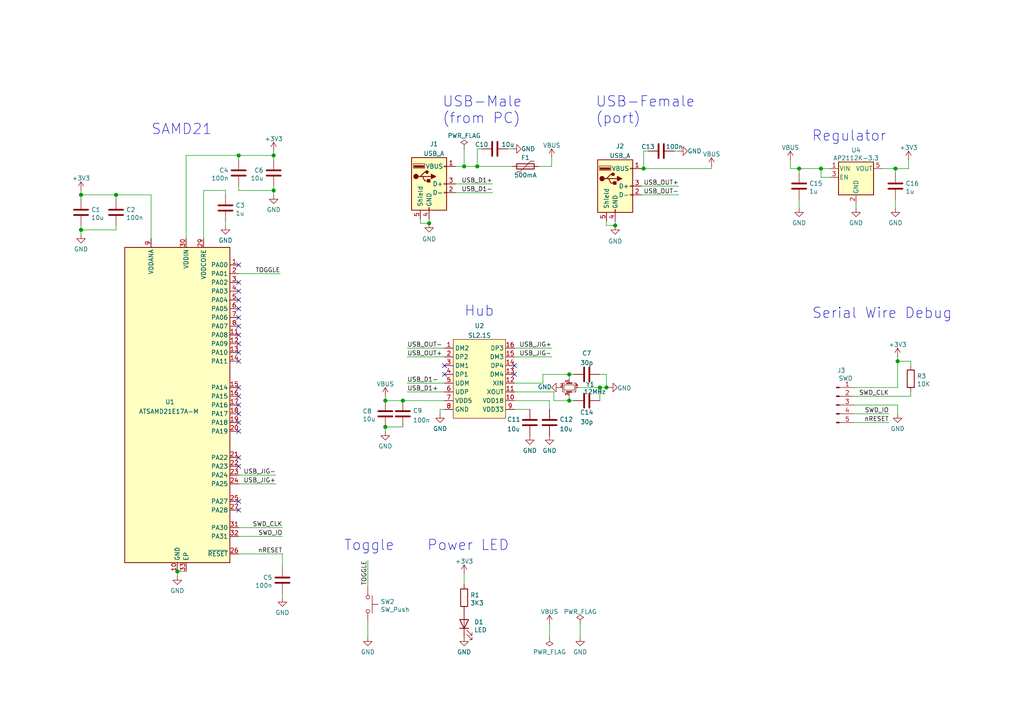
<source format=kicad_sch>
(kicad_sch (version 20210621) (generator eeschema)
  (paper "A4")
  (lib_symbols
    (symbol "Connector:Conn_01x05_Male" (pin_names (offset 1.016) hide)
      (property "Reference" "J" (at 0 7.62 0))
      (property "Value" "Conn_01x05_Male" (at 0 -7.62 0))
      (symbol "Conn_01x05_Male_1_1"
        (rectangle (start 0.8636 -4.953) (end 0 -5.207) (stroke (width 0.1524)) (fill (type outline)))
        (rectangle (start 0.8636 -2.413) (end 0 -2.667) (stroke (width 0.1524)) (fill (type outline)))
        (rectangle (start 0.8636 0.127) (end 0 -0.127) (stroke (width 0.1524)) (fill (type outline)))
        (rectangle (start 0.8636 2.667) (end 0 2.413) (stroke (width 0.1524)) (fill (type outline)))
        (rectangle (start 0.8636 5.207) (end 0 4.953) (stroke (width 0.1524)) (fill (type outline)))
        (polyline (pts (xy 1.27 -5.08) (xy 0.8636 -5.08)) (stroke (width 0.1524)))
        (polyline (pts (xy 1.27 -2.54) (xy 0.8636 -2.54)) (stroke (width 0.1524)))
        (polyline (pts (xy 1.27 0) (xy 0.8636 0)) (stroke (width 0.1524)))
        (polyline (pts (xy 1.27 2.54) (xy 0.8636 2.54)) (stroke (width 0.1524)))
        (polyline (pts (xy 1.27 5.08) (xy 0.8636 5.08)) (stroke (width 0.1524)))
        (pin passive line (at 5.08 5.08 180) (length 3.81) (name "Pin_1") (number "1"))
        (pin passive line (at 5.08 2.54 180) (length 3.81) (name "Pin_2") (number "2"))
        (pin passive line (at 5.08 0 180) (length 3.81) (name "Pin_3") (number "3"))
        (pin passive line (at 5.08 -2.54 180) (length 3.81) (name "Pin_4") (number "4"))
        (pin passive line (at 5.08 -5.08 180) (length 3.81) (name "Pin_5") (number "5"))
      )
    )
    (symbol "Connector:USB_A" (pin_names (offset 1.016))
      (property "Reference" "J" (at -5.08 11.43 0))
      (property "Value" "USB_A" (at -5.08 8.89 0))
      (symbol "USB_A_0_1"
        (circle (center -3.81 2.159) (radius 0.635) (stroke (width 0.254)) (fill (type outline)))
        (circle (center -0.635 3.429) (radius 0.381) (stroke (width 0.254)) (fill (type outline)))
        (rectangle (start -1.27 4.572) (end -4.572 5.842))
        (rectangle (start -0.127 -7.62) (end 0.127 -6.858))
        (rectangle (start 5.08 -2.667) (end 4.318 -2.413))
        (rectangle (start 5.08 -0.127) (end 4.318 0.127))
        (rectangle (start 5.08 4.953) (end 4.318 5.207))
        (rectangle (start -1.524 4.826) (end -4.318 5.334) (fill (type outline)))
        (rectangle (start 0.254 1.27) (end -0.508 0.508) (stroke (width 0.254)) (fill (type outline)))
        (rectangle (start -5.08 -7.62) (end 5.08 7.62) (stroke (width 0.254)) (fill (type background)))
        (polyline (pts (xy -3.175 2.159) (xy -2.54 2.159) (xy -1.27 3.429) (xy -0.635 3.429)) (stroke (width 0.254)))
        (polyline (pts (xy -2.54 2.159) (xy -1.905 2.159) (xy -1.27 0.889) (xy 0 0.889)) (stroke (width 0.254)))
        (polyline (pts (xy 0.635 2.794) (xy 0.635 1.524) (xy 1.905 2.159) (xy 0.635 2.794)) (stroke (width 0.254)) (fill (type outline)))
      )
      (symbol "USB_A_1_1"
        (polyline (pts (xy -1.905 2.159) (xy 0.635 2.159)) (stroke (width 0.254)))
        (pin power_in line (at 7.62 5.08 180) (length 2.54) (name "VBUS") (number "1"))
        (pin bidirectional line (at 7.62 -2.54 180) (length 2.54) (name "D-") (number "2"))
        (pin bidirectional line (at 7.62 0 180) (length 2.54) (name "D+") (number "3"))
        (pin power_in line (at 0 -10.16 90) (length 2.54) (name "GND") (number "4"))
        (pin passive line (at -2.54 -10.16 90) (length 2.54) (name "Shield") (number "5"))
      )
    )
    (symbol "Device:C" (pin_numbers hide) (pin_names (offset 0.254))
      (property "Reference" "C" (at 0.635 2.54 0))
      (property "Value" "C" (at 0.635 -2.54 0))
      (symbol "C_0_1"
        (polyline (pts (xy -2.032 -0.762) (xy 2.032 -0.762)) (stroke (width 0.508)))
        (polyline (pts (xy -2.032 0.762) (xy 2.032 0.762)) (stroke (width 0.508)))
      )
      (symbol "C_1_1"
        (pin passive line (at 0 3.81 270) (length 2.794) (name "~") (number "1"))
        (pin passive line (at 0 -3.81 90) (length 2.794) (name "~") (number "2"))
      )
    )
    (symbol "Device:Crystal_GND24_Small" (pin_names (offset 1.016) hide)
      (property "Reference" "Y" (at 1.27 4.445 0))
      (property "Value" "Crystal_GND24_Small" (at 1.27 2.54 0))
      (symbol "Crystal_GND24_Small_0_1"
        (rectangle (start -0.762 -1.524) (end 0.762 1.524))
        (polyline (pts (xy -1.27 -0.762) (xy -1.27 0.762)) (stroke (width 0.381)))
        (polyline (pts (xy 1.27 -0.762) (xy 1.27 0.762)) (stroke (width 0.381)))
        (polyline (pts (xy -1.27 -1.27) (xy -1.27 -1.905) (xy 1.27 -1.905) (xy 1.27 -1.27)))
        (polyline (pts (xy -1.27 1.27) (xy -1.27 1.905) (xy 1.27 1.905) (xy 1.27 1.27)))
      )
      (symbol "Crystal_GND24_Small_1_1"
        (pin passive line (at -2.54 0 0) (length 1.27) (name "1") (number "1"))
        (pin passive line (at 0 -2.54 90) (length 0.635) (name "2") (number "2"))
        (pin passive line (at 2.54 0 180) (length 1.27) (name "3") (number "3"))
        (pin passive line (at 0 2.54 270) (length 0.635) (name "4") (number "4"))
      )
    )
    (symbol "Device:LED" (pin_numbers hide) (pin_names (offset 1.016) hide)
      (property "Reference" "D" (at 0 2.54 0))
      (property "Value" "LED" (at 0 -2.54 0))
      (symbol "LED_0_1"
        (polyline (pts (xy -1.27 -1.27) (xy -1.27 1.27)) (stroke (width 0.254)))
        (polyline (pts (xy -1.27 0) (xy 1.27 0)))
        (polyline (pts (xy 1.27 -1.27) (xy 1.27 1.27) (xy -1.27 0) (xy 1.27 -1.27)) (stroke (width 0.254)))
        (polyline (pts (xy -3.048 -0.762) (xy -4.572 -2.286) (xy -3.81 -2.286) (xy -4.572 -2.286) (xy -4.572 -1.524)))
        (polyline (pts (xy -1.778 -0.762) (xy -3.302 -2.286) (xy -2.54 -2.286) (xy -3.302 -2.286) (xy -3.302 -1.524)))
      )
      (symbol "LED_1_1"
        (pin passive line (at -3.81 0 0) (length 2.54) (name "K") (number "1"))
        (pin passive line (at 3.81 0 180) (length 2.54) (name "A") (number "2"))
      )
    )
    (symbol "Device:Polyfuse" (pin_numbers hide) (pin_names (offset 0))
      (property "Reference" "F" (at -2.54 0 90))
      (property "Value" "Polyfuse" (at 2.54 0 90))
      (symbol "Polyfuse_0_1"
        (rectangle (start -0.762 2.54) (end 0.762 -2.54) (stroke (width 0.254)))
        (polyline (pts (xy 0 2.54) (xy 0 -2.54)))
        (polyline (pts (xy -1.524 2.54) (xy -1.524 1.524) (xy 1.524 -1.524) (xy 1.524 -2.54)))
      )
      (symbol "Polyfuse_1_1"
        (pin passive line (at 0 3.81 270) (length 1.27) (name "~") (number "1"))
        (pin passive line (at 0 -3.81 90) (length 1.27) (name "~") (number "2"))
      )
    )
    (symbol "Device:R" (pin_numbers hide) (pin_names (offset 0))
      (property "Reference" "R" (at 2.032 0 90))
      (property "Value" "R" (at 0 0 90))
      (symbol "R_0_1"
        (rectangle (start -1.016 -2.54) (end 1.016 2.54) (stroke (width 0.254)))
      )
      (symbol "R_1_1"
        (pin passive line (at 0 3.81 270) (length 1.27) (name "~") (number "1"))
        (pin passive line (at 0 -3.81 90) (length 1.27) (name "~") (number "2"))
      )
    )
    (symbol "MCU_Microchip_SAMD:ATSAMD21E17A-M"
      (property "Reference" "U" (at -13.97 46.99 0))
      (property "Value" "ATSAMD21E17A-M" (at 16.51 46.99 0))
      (symbol "ATSAMD21E17A-M_1_1"
        (rectangle (start -15.24 45.72) (end 15.24 -45.72) (stroke (width 0.254)) (fill (type background)))
        (pin bidirectional line (at -17.78 40.64 0) (length 2.54) (name "PA00") (number "1"))
        (pin power_in line (at 0 -48.26 90) (length 2.54) (name "GND") (number "10"))
        (pin bidirectional line (at -17.78 20.32 0) (length 2.54) (name "PA08") (number "11"))
        (pin bidirectional line (at -17.78 17.78 0) (length 2.54) (name "PA09") (number "12"))
        (pin bidirectional line (at -17.78 15.24 0) (length 2.54) (name "PA10") (number "13"))
        (pin bidirectional line (at -17.78 12.7 0) (length 2.54) (name "PA11") (number "14"))
        (pin bidirectional line (at -17.78 5.08 0) (length 2.54) (name "PA14") (number "15"))
        (pin bidirectional line (at -17.78 2.54 0) (length 2.54) (name "PA15") (number "16"))
        (pin bidirectional line (at -17.78 0 0) (length 2.54) (name "PA16") (number "17"))
        (pin bidirectional line (at -17.78 -2.54 0) (length 2.54) (name "PA17") (number "18"))
        (pin bidirectional line (at -17.78 -5.08 0) (length 2.54) (name "PA18") (number "19"))
        (pin bidirectional line (at -17.78 38.1 0) (length 2.54) (name "PA01") (number "2"))
        (pin bidirectional line (at -17.78 -7.62 0) (length 2.54) (name "PA19") (number "20"))
        (pin bidirectional line (at -17.78 -15.24 0) (length 2.54) (name "PA22") (number "21"))
        (pin bidirectional line (at -17.78 -17.78 0) (length 2.54) (name "PA23") (number "22"))
        (pin bidirectional line (at -17.78 -20.32 0) (length 2.54) (name "PA24") (number "23"))
        (pin bidirectional line (at -17.78 -22.86 0) (length 2.54) (name "PA25") (number "24"))
        (pin bidirectional line (at -17.78 -27.94 0) (length 2.54) (name "PA27") (number "25"))
        (pin input line (at -17.78 -43.18 0) (length 2.54) (name "~{RESET}") (number "26"))
        (pin bidirectional line (at -17.78 -30.48 0) (length 2.54) (name "PA28") (number "27"))
        (pin passive line (at 0 -48.26 90) (length 2.54) hide (name "GND") (number "28"))
        (pin power_out line (at -7.62 48.26 270) (length 2.54) (name "VDDCORE") (number "29"))
        (pin bidirectional line (at -17.78 35.56 0) (length 2.54) (name "PA02") (number "3"))
        (pin power_in line (at -2.54 48.26 270) (length 2.54) (name "VDDIN") (number "30"))
        (pin bidirectional line (at -17.78 -35.56 0) (length 2.54) (name "PA30") (number "31"))
        (pin bidirectional line (at -17.78 -38.1 0) (length 2.54) (name "PA31") (number "32"))
        (pin passive line (at -2.54 -48.26 90) (length 2.54) (name "EP") (number "33"))
        (pin bidirectional line (at -17.78 33.02 0) (length 2.54) (name "PA03") (number "4"))
        (pin bidirectional line (at -17.78 30.48 0) (length 2.54) (name "PA04") (number "5"))
        (pin bidirectional line (at -17.78 27.94 0) (length 2.54) (name "PA05") (number "6"))
        (pin bidirectional line (at -17.78 25.4 0) (length 2.54) (name "PA06") (number "7"))
        (pin bidirectional line (at -17.78 22.86 0) (length 2.54) (name "PA07") (number "8"))
        (pin power_in line (at 7.62 48.26 270) (length 2.54) (name "VDDANA") (number "9"))
      )
    )
    (symbol "Regulator_Linear:AP2112K-3.3" (pin_names (offset 0.254))
      (property "Reference" "U" (at -5.08 5.715 0))
      (property "Value" "AP2112K-3.3" (at 0 5.715 0))
      (symbol "AP2112K-3.3_0_1"
        (rectangle (start -5.08 4.445) (end 5.08 -5.08) (stroke (width 0.254)) (fill (type background)))
      )
      (symbol "AP2112K-3.3_1_1"
        (pin power_in line (at -7.62 2.54 0) (length 2.54) (name "VIN") (number "1"))
        (pin power_in line (at 0 -7.62 90) (length 2.54) (name "GND") (number "2"))
        (pin input line (at -7.62 0 0) (length 2.54) (name "EN") (number "3"))
        (pin no_connect line (at 7.62 0 180) (length 2.54) hide (name "NC") (number "4"))
        (pin power_out line (at 7.62 2.54 180) (length 2.54) (name "VOUT") (number "5"))
      )
    )
    (symbol "Switch:SW_Push" (pin_numbers hide) (pin_names (offset 1.016) hide)
      (property "Reference" "SW" (at 1.27 2.54 0))
      (property "Value" "SW_Push" (at 0 -1.524 0))
      (symbol "SW_Push_0_1"
        (circle (center -2.032 0) (radius 0.508))
        (circle (center 2.032 0) (radius 0.508))
        (polyline (pts (xy 0 1.27) (xy 0 3.048)))
        (polyline (pts (xy 2.54 1.27) (xy -2.54 1.27)))
        (pin passive line (at -5.08 0 0) (length 2.54) (name "1") (number "1"))
        (pin passive line (at 5.08 0 180) (length 2.54) (name "2") (number "2"))
      )
    )
    (symbol "bing-hub:SL2.1S"
      (property "Reference" "U" (at 6.35 -1.27 0))
      (property "Value" "SL2.1S" (at 6.35 -3.81 0))
      (symbol "SL2.1S_0_1"
        (rectangle (start -1.27 -5.08) (end 13.97 -27.94) (stroke (width 0.1524)) (fill (type background)))
      )
      (symbol "SL2.1S_1_1"
        (pin bidirectional line (at -3.81 -7.62 0) (length 2.54) (name "DM2") (number "1"))
        (pin power_out line (at 16.51 -22.86 180) (length 2.54) (name "VDD18") (number "10"))
        (pin output line (at 16.51 -20.32 180) (length 2.54) (name "XOUT") (number "11"))
        (pin input line (at 16.51 -17.78 180) (length 2.54) (name "XIN") (number "12"))
        (pin bidirectional line (at 16.51 -15.24 180) (length 2.54) (name "DM4") (number "13"))
        (pin bidirectional line (at 16.51 -12.7 180) (length 2.54) (name "DP4") (number "14"))
        (pin bidirectional line (at 16.51 -10.16 180) (length 2.54) (name "DM3") (number "15"))
        (pin bidirectional line (at 16.51 -7.62 180) (length 2.54) (name "DP3") (number "16"))
        (pin bidirectional line (at -3.81 -10.16 0) (length 2.54) (name "DP2") (number "2"))
        (pin bidirectional line (at -3.81 -12.7 0) (length 2.54) (name "DM1") (number "3"))
        (pin bidirectional line (at -3.81 -15.24 0) (length 2.54) (name "DP1") (number "4"))
        (pin bidirectional line (at -3.81 -17.78 0) (length 2.54) (name "UDM") (number "5"))
        (pin bidirectional line (at -3.81 -20.32 0) (length 2.54) (name "UDP") (number "6"))
        (pin power_out line (at -3.81 -22.86 0) (length 2.54) (name "VDD5") (number "7"))
        (pin power_in line (at -3.81 -25.4 0) (length 2.54) (name "GND") (number "8"))
        (pin power_out line (at 16.51 -25.4 180) (length 2.54) (name "VDD33") (number "9"))
      )
    )
    (symbol "power:+3V3" (power) (pin_names (offset 0))
      (property "Value" "+3V3" (at 0 3.556 0))
      (symbol "+3V3_0_1"
        (polyline (pts (xy -0.762 1.27) (xy 0 2.54)))
        (polyline (pts (xy 0 0) (xy 0 2.54)))
        (polyline (pts (xy 0 2.54) (xy 0.762 1.27)))
      )
      (symbol "+3V3_1_1"
        (pin power_in line (at 0 0 90) (length 0) hide (name "+3V3") (number "1"))
      )
    )
    (symbol "power:GND" (power) (pin_names (offset 0))
      (property "Value" "GND" (at 0 -3.81 0))
      (symbol "GND_0_1"
        (polyline (pts (xy 0 0) (xy 0 -1.27) (xy 1.27 -1.27) (xy 0 -2.54) (xy -1.27 -1.27) (xy 0 -1.27)))
      )
      (symbol "GND_1_1"
        (pin power_in line (at 0 0 270) (length 0) hide (name "GND") (number "1"))
      )
    )
    (symbol "power:PWR_FLAG" (power) (pin_numbers hide) (pin_names (offset 0) hide)
      (property "Value" "PWR_FLAG" (at 0 3.81 0))
      (symbol "PWR_FLAG_0_0"
        (pin power_out line (at 0 0 90) (length 0) (name "pwr") (number "1"))
      )
      (symbol "PWR_FLAG_0_1"
        (polyline (pts (xy 0 0) (xy 0 1.27) (xy -1.016 1.905) (xy 0 2.54) (xy 1.016 1.905) (xy 0 1.27)))
      )
    )
    (symbol "power:VBUS" (power) (pin_names (offset 0))
      (property "Value" "VBUS" (at 0 3.81 0))
      (symbol "VBUS_0_1"
        (polyline (pts (xy -0.762 1.27) (xy 0 2.54)))
        (polyline (pts (xy 0 0) (xy 0 2.54)))
        (polyline (pts (xy 0 2.54) (xy 0.762 1.27)))
      )
      (symbol "VBUS_1_1"
        (pin power_in line (at 0 0 90) (length 0) hide (name "VBUS") (number "1"))
      )
    )
  )
  (junction (at 23.495 56.515) (diameter 1.016))
  (junction (at 23.495 66.675) (diameter 1.016))
  (junction (at 33.655 56.515) (diameter 1.016))
  (junction (at 51.435 165.735) (diameter 1.016))
  (junction (at 69.215 45.085) (diameter 1.016))
  (junction (at 79.375 45.085) (diameter 1.016))
  (junction (at 79.375 55.245) (diameter 1.016))
  (junction (at 111.76 116.205) (diameter 1.016))
  (junction (at 111.76 123.825) (diameter 1.016))
  (junction (at 116.84 116.205) (diameter 1.016))
  (junction (at 124.46 64.77) (diameter 1.016))
  (junction (at 134.62 48.26) (diameter 1.016))
  (junction (at 138.43 48.26) (diameter 1.016))
  (junction (at 165.1 108.585) (diameter 1.016))
  (junction (at 165.1 116.205) (diameter 1.016))
  (junction (at 173.99 112.395) (diameter 1.016))
  (junction (at 175.895 112.395) (diameter 1.016))
  (junction (at 178.435 65.405) (diameter 1.016))
  (junction (at 186.69 48.895) (diameter 1.016))
  (junction (at 231.775 48.895) (diameter 1.016))
  (junction (at 238.125 48.895) (diameter 1.016))
  (junction (at 259.715 48.895) (diameter 1.016))
  (junction (at 260.35 104.775) (diameter 1.016))
  (no_connect (at 69.215 76.835))
  (no_connect (at 69.215 81.915))
  (no_connect (at 69.215 84.455))
  (no_connect (at 69.215 86.995))
  (no_connect (at 69.215 89.535))
  (no_connect (at 69.215 92.075))
  (no_connect (at 69.215 94.615))
  (no_connect (at 69.215 97.155))
  (no_connect (at 69.215 99.695))
  (no_connect (at 69.215 102.235))
  (no_connect (at 69.215 104.775))
  (no_connect (at 69.215 112.395))
  (no_connect (at 69.215 114.935))
  (no_connect (at 69.215 117.475))
  (no_connect (at 69.215 120.015))
  (no_connect (at 69.215 122.555))
  (no_connect (at 69.215 125.095))
  (no_connect (at 69.215 132.715))
  (no_connect (at 69.215 135.255))
  (no_connect (at 69.215 145.415))
  (no_connect (at 69.215 147.955))
  (no_connect (at 128.905 106.045))
  (no_connect (at 128.905 108.585))
  (no_connect (at 149.225 106.045))
  (no_connect (at 149.225 108.585))
  (wire (pts (xy 23.495 55.245) (xy 23.495 56.515)))
  (wire (pts (xy 23.495 56.515) (xy 33.655 56.515)))
  (wire (pts (xy 23.495 57.785) (xy 23.495 56.515)))
  (wire (pts (xy 23.495 65.405) (xy 23.495 66.675)))
  (wire (pts (xy 23.495 66.675) (xy 23.495 67.945)))
  (wire (pts (xy 23.495 66.675) (xy 33.655 66.675)))
  (wire (pts (xy 33.655 56.515) (xy 33.655 57.785)))
  (wire (pts (xy 33.655 65.405) (xy 33.655 66.675)))
  (wire (pts (xy 43.815 56.515) (xy 33.655 56.515)))
  (wire (pts (xy 43.815 69.215) (xy 43.815 56.515)))
  (wire (pts (xy 51.435 165.735) (xy 51.435 167.005)))
  (wire (pts (xy 51.435 165.735) (xy 53.975 165.735)))
  (wire (pts (xy 53.975 45.085) (xy 53.975 69.215)))
  (wire (pts (xy 53.975 45.085) (xy 69.215 45.085)))
  (wire (pts (xy 59.055 55.245) (xy 65.405 55.245)))
  (wire (pts (xy 59.055 69.215) (xy 59.055 55.245)))
  (wire (pts (xy 65.405 56.515) (xy 65.405 55.245)))
  (wire (pts (xy 65.405 64.135) (xy 65.405 65.405)))
  (wire (pts (xy 69.215 45.085) (xy 69.215 46.355)))
  (wire (pts (xy 69.215 53.975) (xy 69.215 55.245)))
  (wire (pts (xy 69.215 79.375) (xy 81.28 79.375)))
  (wire (pts (xy 69.215 153.035) (xy 81.915 153.035)))
  (wire (pts (xy 69.215 155.575) (xy 81.915 155.575)))
  (wire (pts (xy 69.215 160.655) (xy 81.915 160.655)))
  (wire (pts (xy 79.375 43.815) (xy 79.375 45.085)))
  (wire (pts (xy 79.375 45.085) (xy 69.215 45.085)))
  (wire (pts (xy 79.375 46.355) (xy 79.375 45.085)))
  (wire (pts (xy 79.375 53.975) (xy 79.375 55.245)))
  (wire (pts (xy 79.375 55.245) (xy 69.215 55.245)))
  (wire (pts (xy 79.375 55.245) (xy 79.375 56.515)))
  (wire (pts (xy 80.01 137.795) (xy 69.215 137.795)))
  (wire (pts (xy 80.01 140.335) (xy 69.215 140.335)))
  (wire (pts (xy 81.915 160.655) (xy 81.915 164.465)))
  (wire (pts (xy 81.915 172.085) (xy 81.915 173.355)))
  (wire (pts (xy 106.68 170.18) (xy 106.68 162.56)))
  (wire (pts (xy 106.68 180.34) (xy 106.68 184.785)))
  (wire (pts (xy 111.76 114.935) (xy 111.76 116.205)))
  (wire (pts (xy 111.76 116.205) (xy 116.84 116.205)))
  (wire (pts (xy 111.76 123.825) (xy 111.76 125.095)))
  (wire (pts (xy 111.76 123.825) (xy 116.84 123.825)))
  (wire (pts (xy 116.84 116.205) (xy 128.905 116.205)))
  (wire (pts (xy 121.92 64.77) (xy 121.92 63.5)))
  (wire (pts (xy 121.92 64.77) (xy 124.46 64.77)))
  (wire (pts (xy 124.46 64.77) (xy 124.46 63.5)))
  (wire (pts (xy 127.635 118.745) (xy 127.635 120.015)))
  (wire (pts (xy 128.905 100.965) (xy 118.11 100.965)))
  (wire (pts (xy 128.905 103.505) (xy 118.11 103.505)))
  (wire (pts (xy 128.905 111.125) (xy 118.11 111.125)))
  (wire (pts (xy 128.905 113.665) (xy 118.11 113.665)))
  (wire (pts (xy 128.905 118.745) (xy 127.635 118.745)))
  (wire (pts (xy 132.08 48.26) (xy 134.62 48.26)))
  (wire (pts (xy 132.08 53.34) (xy 142.875 53.34)))
  (wire (pts (xy 132.08 55.88) (xy 142.875 55.88)))
  (wire (pts (xy 134.62 43.18) (xy 134.62 48.26)))
  (wire (pts (xy 134.62 48.26) (xy 138.43 48.26)))
  (wire (pts (xy 134.62 166.37) (xy 134.62 169.545)))
  (wire (pts (xy 138.43 43.18) (xy 138.43 48.26)))
  (wire (pts (xy 138.43 48.26) (xy 148.59 48.26)))
  (wire (pts (xy 139.7 43.18) (xy 138.43 43.18)))
  (wire (pts (xy 147.32 43.18) (xy 148.59 43.18)))
  (wire (pts (xy 149.225 111.125) (xy 157.48 111.125)))
  (wire (pts (xy 149.225 113.665) (xy 160.655 113.665)))
  (wire (pts (xy 149.225 116.205) (xy 159.385 116.205)))
  (wire (pts (xy 149.225 118.745) (xy 153.67 118.745)))
  (wire (pts (xy 156.21 48.26) (xy 160.02 48.26)))
  (wire (pts (xy 157.48 108.585) (xy 165.1 108.585)))
  (wire (pts (xy 157.48 111.125) (xy 157.48 108.585)))
  (wire (pts (xy 159.385 116.205) (xy 159.385 118.745)))
  (wire (pts (xy 159.385 180.975) (xy 159.385 184.785)))
  (wire (pts (xy 160.02 45.72) (xy 160.02 48.26)))
  (wire (pts (xy 160.02 100.965) (xy 149.225 100.965)))
  (wire (pts (xy 160.02 103.505) (xy 149.225 103.505)))
  (wire (pts (xy 160.655 116.205) (xy 160.655 113.665)))
  (wire (pts (xy 165.1 108.585) (xy 165.1 109.855)))
  (wire (pts (xy 165.1 114.935) (xy 165.1 116.205)))
  (wire (pts (xy 165.1 116.205) (xy 160.655 116.205)))
  (wire (pts (xy 166.37 108.585) (xy 165.1 108.585)))
  (wire (pts (xy 166.37 116.205) (xy 165.1 116.205)))
  (wire (pts (xy 167.64 112.395) (xy 173.99 112.395)))
  (wire (pts (xy 168.275 180.975) (xy 168.275 184.785)))
  (wire (pts (xy 173.99 112.395) (xy 173.99 116.205)))
  (wire (pts (xy 173.99 112.395) (xy 175.895 112.395)))
  (wire (pts (xy 175.895 65.405) (xy 175.895 64.135)))
  (wire (pts (xy 175.895 65.405) (xy 178.435 65.405)))
  (wire (pts (xy 175.895 108.585) (xy 173.99 108.585)))
  (wire (pts (xy 175.895 108.585) (xy 175.895 112.395)))
  (wire (pts (xy 175.895 112.395) (xy 176.53 112.395)))
  (wire (pts (xy 178.435 65.405) (xy 178.435 64.135)))
  (wire (pts (xy 186.055 48.895) (xy 186.69 48.895)))
  (wire (pts (xy 186.055 53.975) (xy 196.85 53.975)))
  (wire (pts (xy 186.055 56.515) (xy 196.85 56.515)))
  (wire (pts (xy 186.69 43.815) (xy 186.69 48.895)))
  (wire (pts (xy 186.69 48.895) (xy 206.375 48.895)))
  (wire (pts (xy 187.96 43.815) (xy 186.69 43.815)))
  (wire (pts (xy 196.85 43.815) (xy 195.58 43.815)))
  (wire (pts (xy 206.375 48.895) (xy 206.375 48.26)))
  (wire (pts (xy 229.235 46.355) (xy 229.235 48.895)))
  (wire (pts (xy 229.235 48.895) (xy 231.775 48.895)))
  (wire (pts (xy 231.775 48.895) (xy 238.125 48.895)))
  (wire (pts (xy 231.775 50.165) (xy 231.775 48.895)))
  (wire (pts (xy 231.775 57.785) (xy 231.775 60.325)))
  (wire (pts (xy 238.125 48.895) (xy 240.665 48.895)))
  (wire (pts (xy 238.125 51.435) (xy 238.125 48.895)))
  (wire (pts (xy 240.665 51.435) (xy 238.125 51.435)))
  (wire (pts (xy 247.65 112.395) (xy 260.35 112.395)))
  (wire (pts (xy 247.65 114.935) (xy 264.16 114.935)))
  (wire (pts (xy 247.65 117.475) (xy 260.35 117.475)))
  (wire (pts (xy 247.65 120.015) (xy 257.81 120.015)))
  (wire (pts (xy 247.65 122.555) (xy 257.81 122.555)))
  (wire (pts (xy 248.285 59.055) (xy 248.285 60.325)))
  (wire (pts (xy 255.905 48.895) (xy 259.715 48.895)))
  (wire (pts (xy 259.715 50.165) (xy 259.715 48.895)))
  (wire (pts (xy 259.715 57.785) (xy 259.715 60.325)))
  (wire (pts (xy 260.35 103.505) (xy 260.35 104.775)))
  (wire (pts (xy 260.35 104.775) (xy 260.35 112.395)))
  (wire (pts (xy 260.35 104.775) (xy 264.16 104.775)))
  (wire (pts (xy 260.35 117.475) (xy 260.35 120.015)))
  (wire (pts (xy 263.525 46.355) (xy 263.525 48.895)))
  (wire (pts (xy 263.525 48.895) (xy 259.715 48.895)))
  (wire (pts (xy 264.16 106.045) (xy 264.16 104.775)))
  (wire (pts (xy 264.16 114.935) (xy 264.16 113.665)))
  (text "SAMD21" (at 61.595 39.37 180) (effects (font (size 3 3)) (justify right bottom)))
  (text "Toggle" (at 99.695 160.02 0) (effects (font (size 3 3)) (justify left bottom)))
  (text "Power LED" (at 123.825 160.02 0) (effects (font (size 3 3)) (justify left bottom)))
  (text "USB-Male\n(from PC)" (at 128.27 36.195 0) (effects (font (size 3 3)) (justify left bottom)))
  (text "Hub" (at 134.62 92.075 0) (effects (font (size 3 3)) (justify left bottom)))
  (text "USB-Female\n(port)" (at 172.72 36.195 0) (effects (font (size 3 3)) (justify left bottom)))
  (text "Regulator" (at 257.175 41.275 180) (effects (font (size 3 3)) (justify right bottom)))
  (text "Serial Wire Debug" (at 276.225 92.71 180) (effects (font (size 3 3)) (justify right bottom)))
  (label "USB_JIG-" (at 80.01 137.795 180))
  (label "USB_JIG+" (at 80.01 140.335 180))
  (label "TOGGLE" (at 81.28 79.375 180))
  (label "SWD_CLK" (at 81.915 153.035 180))
  (label "SWD_IO" (at 81.915 155.575 180))
  (label "nRESET" (at 81.915 160.655 180))
  (label "TOGGLE" (at 106.68 162.56 270))
  (label "USB_OUT-" (at 118.11 100.965 0))
  (label "USB_OUT+" (at 118.11 103.505 0))
  (label "USB_D1-" (at 118.11 111.125 0))
  (label "USB_D1+" (at 118.11 113.665 0))
  (label "USB_D1+" (at 142.875 53.34 180))
  (label "USB_D1-" (at 142.875 55.88 180))
  (label "USB_JIG+" (at 160.02 100.965 180))
  (label "USB_JIG-" (at 160.02 103.505 180))
  (label "USB_OUT+" (at 196.85 53.975 180))
  (label "USB_OUT-" (at 196.85 56.515 180))
  (label "SWD_CLK" (at 257.81 114.935 180))
  (label "SWD_IO" (at 257.81 120.015 180))
  (label "nRESET" (at 257.81 122.555 180))
  (symbol (lib_id "power:+3V3") (at 23.495 55.245 0) (unit 1)
    (property "Reference" "#PWR0128" (effects hide))
    (property "Value" "+3V3" (at 23.495 51.6976 0))
  )
  (symbol (lib_id "power:+3V3") (at 79.375 43.815 0) (mirror y) (unit 1)
    (property "Reference" "#PWR0121" (effects hide))
    (property "Value" "+3V3" (at 79.375 40.2676 0))
  )
  (symbol (lib_id "power:VBUS") (at 111.76 114.935 0) (unit 1)
    (property "Reference" "#PWR0126" (effects hide))
    (property "Value" "VBUS" (at 111.76 111.3876 0))
  )
  (symbol (lib_id "power:+3V3") (at 134.62 166.37 0) (unit 1)
    (property "Reference" "#PWR0129" (effects hide))
    (property "Value" "+3V3" (at 134.62 162.8226 0))
  )
  (symbol (lib_id "power:VBUS") (at 159.385 180.975 0) (unit 1)
    (property "Reference" "#PWR0134" (effects hide))
    (property "Value" "VBUS" (at 159.385 177.4276 0))
  )
  (symbol (lib_id "power:VBUS") (at 160.02 45.72 0) (unit 1)
    (property "Reference" "#PWR0110" (effects hide))
    (property "Value" "VBUS" (at 160.02 42.1726 0))
  )
  (symbol (lib_id "power:VBUS") (at 206.375 48.26 0) (unit 1)
    (property "Reference" "#PWR0109" (effects hide))
    (property "Value" "VBUS" (at 206.375 44.7126 0))
  )
  (symbol (lib_id "power:VBUS") (at 229.235 46.355 0) (unit 1)
    (property "Reference" "#PWR0105" (effects hide))
    (property "Value" "VBUS" (at 229.235 42.8076 0))
  )
  (symbol (lib_id "power:+3V3") (at 260.35 103.505 0) (unit 1)
    (property "Reference" "#PWR0118" (effects hide))
    (property "Value" "+3V3" (at 260.35 99.9576 0))
  )
  (symbol (lib_id "power:+3V3") (at 263.525 46.355 0) (unit 1)
    (property "Reference" "#PWR0106" (effects hide))
    (property "Value" "+3V3" (at 263.525 42.8076 0))
  )
  (symbol (lib_id "power:PWR_FLAG") (at 134.62 43.18 0) (unit 1)
    (property "Reference" "#FLG0101" (effects hide))
    (property "Value" "PWR_FLAG" (at 134.62 39.37 0))
  )
  (symbol (lib_id "power:PWR_FLAG") (at 159.385 184.785 180) (unit 1)
    (property "Reference" "#FLG0102" (effects hide))
    (property "Value" "PWR_FLAG" (at 159.385 189.1094 0))
  )
  (symbol (lib_id "power:PWR_FLAG") (at 168.275 180.975 0) (unit 1)
    (property "Reference" "#FLG0103" (effects hide))
    (property "Value" "PWR_FLAG" (at 168.275 177.4276 0))
  )
  (symbol (lib_id "power:GND") (at 23.495 67.945 0) (unit 1)
    (property "Reference" "#PWR0125" (effects hide))
    (property "Value" "GND" (at 23.495 72.2694 0))
  )
  (symbol (lib_id "power:GND") (at 51.435 167.005 0) (unit 1)
    (property "Reference" "#PWR0122" (effects hide))
    (property "Value" "GND" (at 51.435 171.3294 0))
  )
  (symbol (lib_id "power:GND") (at 65.405 65.405 0) (unit 1)
    (property "Reference" "#PWR0119" (effects hide))
    (property "Value" "GND" (at 65.405 69.7294 0))
  )
  (symbol (lib_id "power:GND") (at 79.375 56.515 0) (mirror y) (unit 1)
    (property "Reference" "#PWR0120" (effects hide))
    (property "Value" "GND" (at 79.375 60.8394 0))
  )
  (symbol (lib_id "power:GND") (at 81.915 173.355 0) (unit 1)
    (property "Reference" "#PWR0123" (effects hide))
    (property "Value" "GND" (at 81.915 177.6794 0))
  )
  (symbol (lib_id "power:GND") (at 106.68 184.785 0) (unit 1)
    (property "Reference" "#PWR0132" (effects hide))
    (property "Value" "GND" (at 106.68 189.1094 0))
  )
  (symbol (lib_id "power:GND") (at 111.76 125.095 0) (unit 1)
    (property "Reference" "#PWR0127" (effects hide))
    (property "Value" "GND" (at 111.76 129.4194 0))
  )
  (symbol (lib_id "power:GND") (at 124.46 64.77 0) (unit 1)
    (property "Reference" "#PWR0102" (effects hide))
    (property "Value" "GND" (at 124.46 69.3326 0))
  )
  (symbol (lib_id "power:GND") (at 127.635 120.015 0) (unit 1)
    (property "Reference" "#PWR0112" (effects hide))
    (property "Value" "GND" (at 127.635 124.3394 0))
  )
  (symbol (lib_id "power:GND") (at 134.62 184.785 0) (unit 1)
    (property "Reference" "#PWR0133" (effects hide))
    (property "Value" "GND" (at 134.62 189.1094 0))
  )
  (symbol (lib_id "power:GND") (at 148.59 43.18 90) (unit 1)
    (property "Reference" "#PWR0111" (effects hide))
    (property "Value" "GND" (at 151.13 43.18 90) (effects (justify right)))
  )
  (symbol (lib_id "power:GND") (at 153.67 126.365 0) (unit 1)
    (property "Reference" "#PWR0114" (effects hide))
    (property "Value" "GND" (at 153.67 130.6894 0))
  )
  (symbol (lib_id "power:GND") (at 159.385 126.365 0) (unit 1)
    (property "Reference" "#PWR0113" (effects hide))
    (property "Value" "GND" (at 159.385 130.6894 0))
  )
  (symbol (lib_id "power:GND") (at 162.56 112.395 270) (unit 1)
    (property "Reference" "#PWR0115" (effects hide))
    (property "Value" "GND" (at 155.9561 112.239 90) (effects (justify left)))
  )
  (symbol (lib_id "power:GND") (at 168.275 184.785 0) (unit 1)
    (property "Reference" "#PWR0135" (effects hide))
    (property "Value" "GND" (at 168.275 189.1094 0))
  )
  (symbol (lib_id "power:GND") (at 176.53 112.395 90) (unit 1)
    (property "Reference" "#PWR0116" (effects hide))
    (property "Value" "GND" (at 183.1339 112.551 90) (effects (justify left)))
  )
  (symbol (lib_id "power:GND") (at 178.435 65.405 0) (unit 1)
    (property "Reference" "#PWR0101" (effects hide))
    (property "Value" "GND" (at 178.435 69.9676 0))
  )
  (symbol (lib_id "power:GND") (at 196.85 43.815 90) (unit 1)
    (property "Reference" "#PWR0108" (effects hide))
    (property "Value" "GND" (at 199.39 43.815 90) (effects (justify right)))
  )
  (symbol (lib_id "power:GND") (at 231.775 60.325 0) (unit 1)
    (property "Reference" "#PWR0103" (effects hide))
    (property "Value" "GND" (at 231.775 64.6494 0))
  )
  (symbol (lib_id "power:GND") (at 248.285 60.325 0) (unit 1)
    (property "Reference" "#PWR0104" (effects hide))
    (property "Value" "GND" (at 248.285 64.6494 0))
  )
  (symbol (lib_id "power:GND") (at 259.715 60.325 0) (unit 1)
    (property "Reference" "#PWR0107" (effects hide))
    (property "Value" "GND" (at 259.715 64.6494 0))
  )
  (symbol (lib_id "power:GND") (at 260.35 120.015 0) (unit 1)
    (property "Reference" "#PWR0117" (effects hide))
    (property "Value" "GND" (at 260.35 124.3394 0))
  )
  (symbol (lib_id "Device:R") (at 134.62 173.355 0) (unit 1)
    (property "Reference" "R1" (at 136.3981 172.5941 0) (effects (justify left)))
    (property "Value" "3K3" (at 136.3981 174.8928 0) (effects (justify left)))
    (property "Footprint" "Capacitor_SMD:C_0402_1005Metric" (effects hide))
  )
  (symbol (lib_id "Device:R") (at 264.16 109.855 0) (unit 1)
    (property "Reference" "R3" (at 265.9381 109.0941 0) (effects (justify left)))
    (property "Value" "10K" (at 265.9381 111.3928 0) (effects (justify left)))
    (property "Footprint" "Capacitor_SMD:C_0402_1005Metric" (effects hide))
  )
  (symbol (lib_id "Device:Polyfuse") (at 152.4 48.26 90) (unit 1)
    (property "Reference" "F1" (at 152.4 45.72 90))
    (property "Value" "500mA" (at 152.4 50.8 90))
    (property "Footprint" "josh-passives-smt:Fuse_0603_1608Metric" (effects hide))
    (property "Manufacturer2" "Jinrui Electronic Materials Co." (effects hide))
  )
  (symbol (lib_id "Device:LED") (at 134.62 180.975 90) (unit 1)
    (property "Reference" "D1" (at 137.5411 180.4046 90) (effects (justify right)))
    (property "Value" "LED" (at 137.5411 182.7033 90) (effects (justify right)))
    (property "Footprint" "LED_SMD:LED_0603_1608Metric" (effects hide))
  )
  (symbol (lib_id "Device:Crystal_GND24_Small") (at 165.1 112.395 270) (unit 1)
    (property "Reference" "Y1" (at 169.9261 111.4865 90) (effects (justify left)))
    (property "Value" "12MHz" (at 169.2911 113.6266 90) (effects (justify left)))
    (property "Footprint" "bing-crystal:Crystal_SMD_2520-4Pin_2.5x2.0mm" (effects hide))
  )
  (symbol (lib_id "Device:C") (at 23.495 61.595 0) (unit 1)
    (property "Reference" "C1" (at 26.4161 60.8341 0) (effects (justify left)))
    (property "Value" "10u" (at 26.4161 63.1328 0) (effects (justify left)))
    (property "Footprint" "Capacitor_SMD:C_0603_1608Metric" (effects hide))
  )
  (symbol (lib_id "Device:C") (at 33.655 61.595 0) (unit 1)
    (property "Reference" "C2" (at 36.5761 60.8341 0) (effects (justify left)))
    (property "Value" "100n" (at 36.5761 63.1328 0) (effects (justify left)))
    (property "Footprint" "Capacitor_SMD:C_0402_1005Metric" (effects hide))
  )
  (symbol (lib_id "Device:C") (at 65.405 60.325 0) (unit 1)
    (property "Reference" "C3" (at 68.3261 59.5641 0) (effects (justify left)))
    (property "Value" "1u" (at 68.3261 61.8628 0) (effects (justify left)))
    (property "Footprint" "Capacitor_SMD:C_0402_1005Metric" (effects hide))
  )
  (symbol (lib_id "Device:C") (at 69.215 50.165 0) (mirror y) (unit 1)
    (property "Reference" "C4" (at 66.2939 49.4041 0) (effects (justify left)))
    (property "Value" "100n" (at 66.2939 51.7028 0) (effects (justify left)))
    (property "Footprint" "Capacitor_SMD:C_0402_1005Metric" (effects hide))
  )
  (symbol (lib_id "Device:C") (at 79.375 50.165 0) (mirror y) (unit 1)
    (property "Reference" "C6" (at 76.4539 49.4041 0) (effects (justify left)))
    (property "Value" "10u" (at 76.4539 51.7028 0) (effects (justify left)))
    (property "Footprint" "Capacitor_SMD:C_0603_1608Metric" (effects hide))
  )
  (symbol (lib_id "Device:C") (at 81.915 168.275 0) (mirror y) (unit 1)
    (property "Reference" "C5" (at 78.9939 167.5141 0) (effects (justify left)))
    (property "Value" "100n" (at 78.9939 169.8128 0) (effects (justify left)))
    (property "Footprint" "Capacitor_SMD:C_0402_1005Metric" (effects hide))
  )
  (symbol (lib_id "Device:C") (at 111.76 120.015 0) (unit 1)
    (property "Reference" "C8" (at 105.1561 119.2541 0) (effects (justify left)))
    (property "Value" "10u" (at 105.1561 121.5528 0) (effects (justify left)))
    (property "Footprint" "Capacitor_SMD:C_0603_1608Metric" (effects hide))
  )
  (symbol (lib_id "Device:C") (at 116.84 120.015 0) (unit 1)
    (property "Reference" "C9" (at 119.7611 119.1065 0) (effects (justify left)))
    (property "Value" "100n" (at 119.7611 121.8816 0) (effects (justify left)))
    (property "Footprint" "Capacitor_SMD:C_0402_1005Metric" (effects hide))
  )
  (symbol (lib_id "Device:C") (at 143.51 43.18 90) (unit 1)
    (property "Reference" "C10" (at 139.7 41.91 90))
    (property "Value" "10u" (at 147.32 41.91 90))
    (property "Footprint" "Capacitor_SMD:C_0603_1608Metric" (effects hide))
    (property "Manufacturer2" "Samsung Electro-Mechanics" (effects hide))
  )
  (symbol (lib_id "Device:C") (at 153.67 122.555 180) (unit 1)
    (property "Reference" "C11" (at 147.0661 121.6465 0) (effects (justify right)))
    (property "Value" "10u" (at 147.0661 124.4216 0) (effects (justify right)))
    (property "Footprint" "Capacitor_SMD:C_0402_1005Metric" (effects hide))
  )
  (symbol (lib_id "Device:C") (at 159.385 122.555 0) (unit 1)
    (property "Reference" "C12" (at 162.3061 121.6465 0) (effects (justify left)))
    (property "Value" "10u" (at 162.3061 124.4216 0) (effects (justify left)))
    (property "Footprint" "Capacitor_SMD:C_0402_1005Metric" (effects hide))
  )
  (symbol (lib_id "Device:C") (at 170.18 108.585 90) (unit 1)
    (property "Reference" "C7" (at 170.18 102.4594 90))
    (property "Value" "30p" (at 170.18 105.2345 90))
    (property "Footprint" "Capacitor_SMD:C_0402_1005Metric" (effects hide))
  )
  (symbol (lib_id "Device:C") (at 170.18 116.205 90) (unit 1)
    (property "Reference" "C14" (at 170.18 119.6044 90))
    (property "Value" "30p" (at 170.18 122.3795 90))
    (property "Footprint" "Capacitor_SMD:C_0402_1005Metric" (effects hide))
  )
  (symbol (lib_id "Device:C") (at 191.77 43.815 90) (unit 1)
    (property "Reference" "C13" (at 187.96 42.545 90))
    (property "Value" "100n" (at 195.58 42.545 90))
    (property "Footprint" "Capacitor_SMD:C_0402_1005Metric" (effects hide))
    (property "Manufacturer2" "Samsung Electro-Mechanics" (effects hide))
  )
  (symbol (lib_id "Device:C") (at 231.775 53.975 0) (unit 1)
    (property "Reference" "C15" (at 234.6961 53.2141 0) (effects (justify left)))
    (property "Value" "1u" (at 234.6961 55.5128 0) (effects (justify left)))
    (property "Footprint" "Capacitor_SMD:C_0402_1005Metric" (effects hide))
  )
  (symbol (lib_id "Device:C") (at 259.715 53.975 0) (unit 1)
    (property "Reference" "C16" (at 262.6361 53.2141 0) (effects (justify left)))
    (property "Value" "1u" (at 262.6361 55.5128 0) (effects (justify left)))
    (property "Footprint" "Capacitor_SMD:C_0402_1005Metric" (effects hide))
  )
  (symbol (lib_id "Switch:SW_Push") (at 106.68 175.26 270) (unit 1)
    (property "Reference" "SW2" (at 110.3631 174.4991 90) (effects (justify left)))
    (property "Value" "SW_Push" (at 110.3631 176.7978 90) (effects (justify left)))
    (property "Footprint" "josh-buttons-switches:SW_PUSH_EVQPUL_EVQPUC" (effects hide))
  )
  (symbol (lib_id "Connector:Conn_01x05_Male") (at 242.57 117.475 0) (unit 1)
    (property "Reference" "J3" (at 243.9924 107.4378 0))
    (property "Value" "SWD" (at 245.2624 109.7365 0))
    (property "Footprint" "josh-connectors:5_PIN_SMD_PROG" (effects hide))
  )
  (symbol (lib_id "Regulator_Linear:AP2112K-3.3") (at 248.285 51.435 0) (unit 1)
    (property "Reference" "U4" (at 248.285 43.5568 0))
    (property "Value" "AP2112K-3.3" (at 248.285 45.8555 0))
    (property "Footprint" "Package_TO_SOT_SMD:SOT-23-5" (effects hide))
    (property "Datasheet" "https://www.diodes.com/assets/Datasheets/AP2112.pdf" (effects hide))
  )
  (symbol (lib_id "Connector:USB_A") (at 124.46 53.34 0) (unit 1)
    (property "Reference" "J1" (at 125.857 41.7534 0))
    (property "Value" "USB_A" (at 125.857 44.5285 0))
    (property "Footprint" "bing-connector:USB_A_CNCTech_1001-011-01101_Horizontal" (effects hide))
    (property "Datasheet" " ~" (effects hide))
  )
  (symbol (lib_id "Connector:USB_A") (at 178.435 53.975 0) (unit 1)
    (property "Reference" "J2" (at 179.832 42.3884 0))
    (property "Value" "USB_A" (at 179.832 45.1635 0))
    (property "Footprint" "bing-connector:USB_A_Molex_67643_Horizontal" (effects hide))
    (property "Datasheet" " ~" (effects hide))
  )
  (symbol (lib_id "bing-hub:SL2.1S") (at 132.715 93.345 0) (unit 1)
    (property "Reference" "U2" (at 139.065 94.5092 0))
    (property "Value" "SL2.1S" (at 139.065 97.2843 0))
    (property "Footprint" "bing-soic:SSOP-16_4.6x2.6mm_P0.53" (effects hide))
  )
  (symbol (lib_id "MCU_Microchip_SAMD:ATSAMD21E17A-M") (at 51.435 117.475 0) (mirror y) (unit 1)
    (property "Reference" "U1" (at 50.6729 116.5665 0) (effects (justify left)))
    (property "Value" "ATSAMD21E17A-M" (at 57.6579 119.3416 0) (effects (justify left)))
    (property "Footprint" "Package_DFN_QFN:QFN-32-1EP_5x5mm_P0.5mm_EP3.6x3.6mm" (effects hide))
    (property "Datasheet" "http://ww1.microchip.com/downloads/en/DeviceDoc/SAM_D21_DA1_Family_Data%20Sheet_DS40001882E.pdf" (effects hide))
  )
)
</source>
